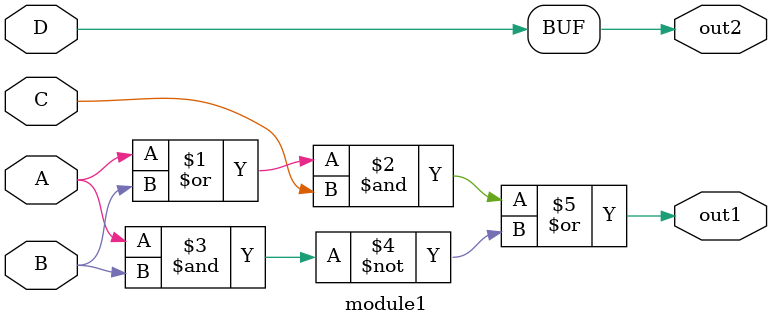
<source format=v>
module module1(A,B,C,D,out1,out2);

    input A,B,C,D;
    output out1,out2;

    assign out1 = ((A | B) & C) | (~(A & B));
    assign out2 = D;

endmodule
</source>
